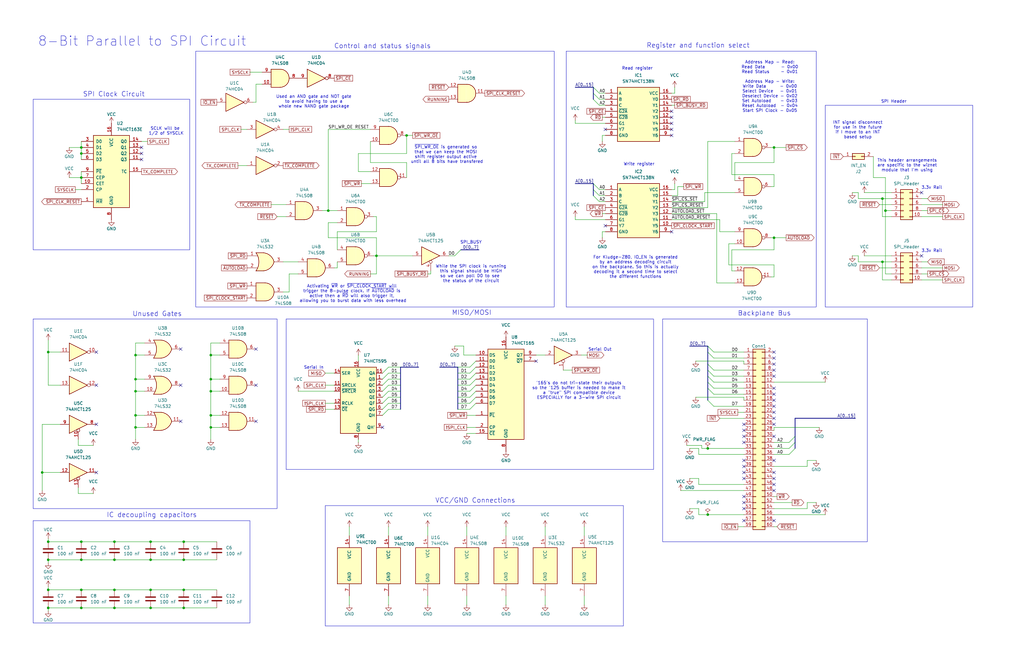
<source format=kicad_sch>
(kicad_sch (version 20231120) (generator "eeschema") (generator_version "8.0")
  (paper "B")
  (title_block (title "Kludge Network Card") (rev "1.1"))
  (junction (at 63.5 248.92))
  (junction (at 57.15 180.34))
  (junction (at 372.11 83.82))
  (junction (at 48.26 248.92))
  (junction (at 326.39 62.23))
  (junction (at 34.29 228.6))
  (junction (at 77.47 228.6))
  (junction (at 34.29 248.92))
  (junction (at 77.47 248.92))
  (junction (at 20.32 256.54))
  (junction (at 48.26 228.6))
  (junction (at 77.47 236.22))
  (junction (at 373.38 88.9))
  (junction (at 63.5 236.22))
  (junction (at 158.75 107.95))
  (junction (at 88.9 175.26))
  (junction (at 63.5 256.54))
  (junction (at 34.29 256.54))
  (junction (at 88.9 165.1))
  (junction (at 171.45 57.15))
  (junction (at 88.9 160.02))
  (junction (at 77.47 256.54))
  (junction (at 57.15 175.26))
  (junction (at 57.15 160.02))
  (junction (at 48.26 256.54))
  (junction (at 20.32 248.92))
  (junction (at 88.9 180.34))
  (junction (at 298.45 217.17))
  (junction (at 372.11 110.49))
  (junction (at 20.32 148.59))
  (junction (at 34.29 236.22))
  (junction (at 20.32 228.6))
  (junction (at 34.29 62.23))
  (junction (at 17.78 199.39))
  (junction (at 298.45 189.23))
  (junction (at 63.5 228.6))
  (junction (at 48.26 236.22))
  (junction (at 326.39 100.33))
  (junction (at 57.15 165.1))
  (junction (at 34.29 74.93))
  (junction (at 57.15 149.86))
  (junction (at 20.32 236.22))
  (junction (at 34.29 64.77))
  (junction (at 88.9 149.86))
  (junction (at 138.43 88.9))
  (no_connect (at 76.2 177.8))
  (no_connect (at 326.39 153.67))
  (no_connect (at 283.21 49.53))
  (no_connect (at 107.95 177.8))
  (no_connect (at 326.39 201.93))
  (no_connect (at 326.39 199.39))
  (no_connect (at 283.21 54.61))
  (no_connect (at 255.27 54.61))
  (no_connect (at 283.21 57.15))
  (no_connect (at 161.29 180.34))
  (no_connect (at 40.64 148.59))
  (no_connect (at 326.39 171.45))
  (no_connect (at 326.39 156.21))
  (no_connect (at 283.21 97.79))
  (no_connect (at 40.64 162.56))
  (no_connect (at 388.62 107.95))
  (no_connect (at 388.62 81.28))
  (no_connect (at 255.27 95.25))
  (no_connect (at 313.69 179.07))
  (no_connect (at 40.64 179.07))
  (no_connect (at 326.39 148.59))
  (no_connect (at 326.39 184.15))
  (no_connect (at 76.2 162.56))
  (no_connect (at 226.06 152.4))
  (no_connect (at 313.69 181.61))
  (no_connect (at 326.39 176.53))
  (no_connect (at 326.39 168.91))
  (no_connect (at 313.69 212.09))
  (no_connect (at 313.69 209.55))
  (no_connect (at 313.69 214.63))
  (no_connect (at 326.39 151.13))
  (no_connect (at 313.69 184.15))
  (no_connect (at 283.21 52.07))
  (no_connect (at 326.39 158.75))
  (no_connect (at 313.69 194.31))
  (no_connect (at 326.39 179.07))
  (no_connect (at 326.39 219.71))
  (no_connect (at 59.69 67.31))
  (no_connect (at 326.39 207.01))
  (no_connect (at 59.69 64.77))
  (no_connect (at 326.39 194.31))
  (no_connect (at 326.39 173.99))
  (no_connect (at 326.39 166.37))
  (no_connect (at 283.21 46.99))
  (no_connect (at 59.69 62.23))
  (no_connect (at 313.69 219.71))
  (no_connect (at 326.39 204.47))
  (no_connect (at 313.69 201.93))
  (no_connect (at 76.2 147.32))
  (no_connect (at 313.69 199.39))
  (no_connect (at 313.69 196.85))
  (no_connect (at 40.64 199.39))
  (no_connect (at 313.69 186.69))
  (no_connect (at 326.39 163.83))
  (no_connect (at 107.95 162.56))
  (no_connect (at 107.95 147.32))
  (bus_entry (at 163.83 172.72) (size -2.54 2.54))
  (bus_entry (at 198.12 167.64) (size 2.54 -2.54))
  (bus_entry (at 250.19 77.47) (size 2.54 2.54))
  (bus_entry (at 194.31 105.41) (size -2.54 2.54))
  (bus_entry (at 250.19 80.01) (size 2.54 2.54))
  (bus_entry (at 163.83 162.56) (size -2.54 2.54))
  (bus_entry (at 250.19 82.55) (size 2.54 2.54))
  (bus_entry (at 198.12 154.94) (size 2.54 -2.54))
  (bus_entry (at 250.19 39.37) (size 2.54 2.54))
  (bus_entry (at 163.83 167.64) (size -2.54 2.54))
  (bus_entry (at 250.19 36.83) (size 2.54 2.54))
  (bus_entry (at 163.83 165.1) (size -2.54 2.54))
  (bus_entry (at 198.12 160.02) (size 2.54 -2.54))
  (bus_entry (at 332.74 189.23) (size 2.54 -2.54))
  (bus_entry (at 298.45 168.91) (size 2.54 2.54))
  (bus_entry (at 198.12 162.56) (size 2.54 -2.54))
  (bus_entry (at 198.12 170.18) (size 2.54 -2.54))
  (bus_entry (at 298.45 163.83) (size 2.54 2.54))
  (bus_entry (at 163.83 154.94) (size -2.54 2.54))
  (bus_entry (at 198.12 165.1) (size 2.54 -2.54))
  (bus_entry (at 163.83 157.48) (size -2.54 2.54))
  (bus_entry (at 332.74 191.77) (size 2.54 -2.54))
  (bus_entry (at 298.45 161.29) (size 2.54 2.54))
  (bus_entry (at 163.83 160.02) (size -2.54 2.54))
  (bus_entry (at 250.19 41.91) (size 2.54 2.54))
  (bus_entry (at 298.45 146.05) (size 2.54 2.54))
  (bus_entry (at 332.74 186.69) (size 2.54 -2.54))
  (bus_entry (at 298.45 153.67) (size 2.54 2.54))
  (bus_entry (at 298.45 148.59) (size 2.54 2.54))
  (bus_entry (at 163.83 170.18) (size -2.54 2.54))
  (bus_entry (at 298.45 156.21) (size 2.54 2.54))
  (bus_entry (at 298.45 158.75) (size 2.54 2.54))
  (bus_entry (at 198.12 172.72) (size 2.54 -2.54))
  (bus_entry (at 198.12 157.48) (size 2.54 -2.54))
  (wire (pts (xy 193.04 165.1) (xy 198.12 165.1)))
  (wire (pts (xy 325.12 100.33) (xy 326.39 100.33)))
  (wire (pts (xy 283.21 39.37) (xy 284.48 39.37)))
  (wire (pts (xy 229.87 222.25) (xy 229.87 226.06)))
  (wire (pts (xy 88.9 160.02) (xy 88.9 149.86)))
  (wire (pts (xy 106.68 43.18) (xy 107.95 43.18)))
  (wire (pts (xy 48.26 236.22) (xy 63.5 236.22)))
  (wire (pts (xy 326.39 116.84) (xy 326.39 111.76)))
  (wire (pts (xy 168.91 157.48) (xy 163.83 157.48)))
  (wire (pts (xy 140.97 113.03) (xy 142.24 113.03)))
  (wire (pts (xy 168.91 172.72) (xy 163.83 172.72)))
  (bus (pts (xy 290.83 146.05) (xy 298.45 146.05)))
  (wire (pts (xy 88.9 149.86) (xy 92.71 149.86)))
  (wire (pts (xy 295.91 189.23) (xy 298.45 189.23)))
  (wire (pts (xy 88.9 175.26) (xy 92.71 175.26)))
  (wire (pts (xy 57.15 160.02) (xy 60.96 160.02)))
  (wire (pts (xy 294.64 217.17) (xy 298.45 217.17)))
  (wire (pts (xy 168.91 165.1) (xy 163.83 165.1)))
  (wire (pts (xy 88.9 165.1) (xy 92.71 165.1)))
  (wire (pts (xy 287.02 207.01) (xy 313.69 207.01)))
  (wire (pts (xy 17.78 199.39) (xy 17.78 207.01)))
  (wire (pts (xy 125.73 165.1) (xy 140.97 165.1)))
  (wire (pts (xy 151.13 186.69) (xy 151.13 185.42)))
  (wire (pts (xy 254 90.17) (xy 255.27 90.17)))
  (wire (pts (xy 20.32 256.54) (xy 20.32 257.81)))
  (wire (pts (xy 308.61 64.77) (xy 309.88 64.77)))
  (wire (pts (xy 340.36 212.09) (xy 344.17 212.09)))
  (wire (pts (xy 242.57 50.8) (xy 242.57 52.07)))
  (wire (pts (xy 294.64 204.47) (xy 294.64 201.93)))
  (wire (pts (xy 20.32 256.54) (xy 34.29 256.54)))
  (wire (pts (xy 17.78 179.07) (xy 25.4 179.07)))
  (wire (pts (xy 181.61 115.57) (xy 181.61 114.3)))
  (bus (pts (xy 298.45 161.29) (xy 298.45 163.83)))
  (bus (pts (xy 250.19 80.01) (xy 250.19 82.55)))
  (wire (pts (xy 340.36 196.85) (xy 340.36 194.31)))
  (wire (pts (xy 180.34 115.57) (xy 181.61 115.57)))
  (wire (pts (xy 294.64 191.77) (xy 313.69 191.77)))
  (wire (pts (xy 151.13 72.39) (xy 151.13 64.77)))
  (wire (pts (xy 326.39 196.85) (xy 340.36 196.85)))
  (wire (pts (xy 284.48 80.01) (xy 284.48 77.47)))
  (wire (pts (xy 77.47 228.6) (xy 91.44 228.6)))
  (wire (pts (xy 397.51 86.36) (xy 388.62 86.36)))
  (wire (pts (xy 252.73 85.09) (xy 255.27 85.09)))
  (wire (pts (xy 57.15 180.34) (xy 57.15 185.42)))
  (wire (pts (xy 347.98 161.29) (xy 326.39 161.29)))
  (wire (pts (xy 20.32 236.22) (xy 34.29 236.22)))
  (wire (pts (xy 372.11 118.11) (xy 375.92 118.11)))
  (wire (pts (xy 193.04 160.02) (xy 198.12 160.02)))
  (wire (pts (xy 195.58 146.05) (xy 191.77 146.05)))
  (wire (pts (xy 171.45 74.93) (xy 171.45 68.58)))
  (wire (pts (xy 254 57.15) (xy 255.27 57.15)))
  (wire (pts (xy 326.39 100.33) (xy 331.47 100.33)))
  (wire (pts (xy 326.39 217.17) (xy 347.98 217.17)))
  (wire (pts (xy 107.95 35.56) (xy 107.95 43.18)))
  (wire (pts (xy 137.16 170.18) (xy 140.97 170.18)))
  (wire (pts (xy 325.12 78.74) (xy 326.39 78.74)))
  (wire (pts (xy 20.32 148.59) (xy 20.32 162.56)))
  (wire (pts (xy 34.29 62.23) (xy 34.29 64.77)))
  (wire (pts (xy 196.85 182.88) (xy 200.66 182.88)))
  (wire (pts (xy 252.73 44.45) (xy 255.27 44.45)))
  (wire (pts (xy 326.39 180.34) (xy 345.44 180.34)))
  (wire (pts (xy 138.43 54.61) (xy 156.21 54.61)))
  (wire (pts (xy 361.95 107.95) (xy 361.95 110.49)))
  (wire (pts (xy 34.29 256.54) (xy 48.26 256.54)))
  (wire (pts (xy 326.39 100.33) (xy 326.39 105.41)))
  (wire (pts (xy 283.21 80.01) (xy 284.48 80.01)))
  (bus (pts (xy 298.45 148.59) (xy 298.45 153.67)))
  (wire (pts (xy 359.41 107.95) (xy 361.95 107.95)))
  (wire (pts (xy 359.41 81.28) (xy 361.95 81.28)))
  (wire (pts (xy 180.34 222.25) (xy 180.34 226.06)))
  (wire (pts (xy 48.26 256.54) (xy 63.5 256.54)))
  (wire (pts (xy 158.75 107.95) (xy 158.75 115.57)))
  (wire (pts (xy 283.21 87.63) (xy 298.45 87.63)))
  (wire (pts (xy 33.02 208.28) (xy 39.37 208.28)))
  (wire (pts (xy 147.32 251.46) (xy 147.32 255.27)))
  (wire (pts (xy 168.91 154.94) (xy 163.83 154.94)))
  (wire (pts (xy 180.34 251.46) (xy 180.34 255.27)))
  (wire (pts (xy 372.11 83.82) (xy 372.11 91.44)))
  (wire (pts (xy 63.5 256.54) (xy 77.47 256.54)))
  (wire (pts (xy 302.26 90.17) (xy 302.26 119.38)))
  (wire (pts (xy 300.99 156.21) (xy 313.69 156.21)))
  (wire (pts (xy 151.13 64.77) (xy 171.45 64.77)))
  (wire (pts (xy 326.39 68.58) (xy 309.88 68.58)))
  (wire (pts (xy 57.15 175.26) (xy 57.15 165.1)))
  (wire (pts (xy 137.16 172.72) (xy 140.97 172.72)))
  (wire (pts (xy 193.04 162.56) (xy 198.12 162.56)))
  (wire (pts (xy 298.45 217.17) (xy 313.69 217.17)))
  (wire (pts (xy 391.16 115.57) (xy 388.62 115.57)))
  (wire (pts (xy 307.34 111.76) (xy 307.34 102.87)))
  (wire (pts (xy 300.99 161.29) (xy 313.69 161.29)))
  (wire (pts (xy 242.57 92.71) (xy 255.27 92.71)))
  (wire (pts (xy 307.34 102.87) (xy 309.88 102.87)))
  (wire (pts (xy 294.64 214.63) (xy 290.83 214.63)))
  (wire (pts (xy 151.13 149.86) (xy 151.13 152.4)))
  (wire (pts (xy 88.9 144.78) (xy 92.71 144.78)))
  (wire (pts (xy 196.85 222.25) (xy 196.85 226.06)))
  (wire (pts (xy 294.64 201.93) (xy 290.83 201.93)))
  (wire (pts (xy 326.39 214.63) (xy 340.36 214.63)))
  (wire (pts (xy 375.92 88.9) (xy 373.38 88.9)))
  (wire (pts (xy 361.95 81.28) (xy 361.95 83.82)))
  (wire (pts (xy 57.15 144.78) (xy 60.96 144.78)))
  (wire (pts (xy 372.11 110.49) (xy 372.11 118.11)))
  (wire (pts (xy 313.69 176.53) (xy 303.53 176.53)))
  (wire (pts (xy 193.04 167.64) (xy 198.12 167.64)))
  (bus (pts (xy 298.45 156.21) (xy 298.45 158.75)))
  (bus (pts (xy 250.19 77.47) (xy 250.19 80.01)))
  (wire (pts (xy 300.99 171.45) (xy 313.69 171.45)))
  (wire (pts (xy 313.69 168.91) (xy 313.69 167.64)))
  (wire (pts (xy 20.32 143.51) (xy 20.32 148.59)))
  (wire (pts (xy 77.47 256.54) (xy 91.44 256.54)))
  (wire (pts (xy 29.21 62.23) (xy 34.29 62.23)))
  (wire (pts (xy 397.51 91.44) (xy 388.62 91.44)))
  (wire (pts (xy 48.26 228.6) (xy 63.5 228.6)))
  (wire (pts (xy 57.15 149.86) (xy 60.96 149.86)))
  (wire (pts (xy 298.45 87.63) (xy 298.45 59.69)))
  (wire (pts (xy 137.16 162.56) (xy 140.97 162.56)))
  (wire (pts (xy 302.26 119.38) (xy 309.88 119.38)))
  (wire (pts (xy 325.12 62.23) (xy 326.39 62.23)))
  (wire (pts (xy 313.69 152.4) (xy 293.37 152.4)))
  (wire (pts (xy 241.3 156.21) (xy 237.49 156.21)))
  (wire (pts (xy 340.36 214.63) (xy 340.36 212.09)))
  (wire (pts (xy 168.91 167.64) (xy 163.83 167.64)))
  (wire (pts (xy 284.48 39.37) (xy 284.48 36.83)))
  (wire (pts (xy 300.99 163.83) (xy 313.69 163.83)))
  (wire (pts (xy 88.9 149.86) (xy 88.9 144.78)))
  (wire (pts (xy 171.45 64.77) (xy 171.45 57.15)))
  (wire (pts (xy 119.38 123.19) (xy 121.92 123.19)))
  (wire (pts (xy 213.36 222.25) (xy 213.36 226.06)))
  (wire (pts (xy 213.36 251.46) (xy 213.36 255.27)))
  (wire (pts (xy 284.48 44.45) (xy 283.21 44.45)))
  (wire (pts (xy 168.91 160.02) (xy 163.83 160.02)))
  (wire (pts (xy 20.32 248.92) (xy 34.29 248.92)))
  (wire (pts (xy 325.12 116.84) (xy 326.39 116.84)))
  (bus (pts (xy 335.28 176.53) (xy 360.68 176.53)))
  (wire (pts (xy 88.9 180.34) (xy 92.71 180.34)))
  (wire (pts (xy 138.43 93.98) (xy 142.24 93.98)))
  (bus (pts (xy 298.45 153.67) (xy 298.45 156.21)))
  (wire (pts (xy 242.57 91.44) (xy 242.57 92.71)))
  (wire (pts (xy 107.95 35.56) (xy 110.49 35.56)))
  (wire (pts (xy 196.85 251.46) (xy 196.85 255.27)))
  (bus (pts (xy 242.57 36.83) (xy 250.19 36.83)))
  (wire (pts (xy 283.21 90.17) (xy 302.26 90.17)))
  (wire (pts (xy 298.45 59.69) (xy 309.88 59.69)))
  (wire (pts (xy 57.15 175.26) (xy 57.15 180.34)))
  (wire (pts (xy 116.84 91.44) (xy 120.65 91.44)))
  (wire (pts (xy 59.69 59.69) (xy 62.23 59.69)))
  (wire (pts (xy 294.64 191.77) (xy 294.64 189.23)))
  (wire (pts (xy 311.15 222.25) (xy 313.69 222.25)))
  (wire (pts (xy 77.47 236.22) (xy 91.44 236.22)))
  (wire (pts (xy 373.38 88.9) (xy 373.38 74.93)))
  (wire (pts (xy 152.4 77.47) (xy 156.21 77.47)))
  (wire (pts (xy 101.6 54.61) (xy 104.14 54.61)))
  (wire (pts (xy 20.32 162.56) (xy 25.4 162.56)))
  (wire (pts (xy 397.51 113.03) (xy 388.62 113.03)))
  (wire (pts (xy 326.39 222.25) (xy 327.66 222.25)))
  (wire (pts (xy 105.41 30.48) (xy 110.49 30.48)))
  (wire (pts (xy 57.15 165.1) (xy 57.15 160.02)))
  (bus (pts (xy 298.45 163.83) (xy 298.45 168.91)))
  (wire (pts (xy 285.75 82.55) (xy 283.21 82.55)))
  (wire (pts (xy 88.9 175.26) (xy 88.9 165.1)))
  (wire (pts (xy 285.75 78.74) (xy 285.75 82.55)))
  (wire (pts (xy 57.15 160.02) (xy 57.15 149.86)))
  (wire (pts (xy 168.91 170.18) (xy 163.83 170.18)))
  (wire (pts (xy 308.61 114.3) (xy 309.88 114.3)))
  (wire (pts (xy 313.69 151.13) (xy 300.99 151.13)))
  (wire (pts (xy 57.15 149.86) (xy 57.15 144.78)))
  (wire (pts (xy 294.64 204.47) (xy 313.69 204.47)))
  (wire (pts (xy 294.64 217.17) (xy 294.64 214.63)))
  (wire (pts (xy 229.87 149.86) (xy 226.06 149.86)))
  (wire (pts (xy 326.39 212.09) (xy 334.01 212.09)))
  (bus (pts (xy 250.19 39.37) (xy 250.19 41.91)))
  (wire (pts (xy 300.99 148.59) (xy 313.69 148.59)))
  (wire (pts (xy 114.3 86.36) (xy 120.65 86.36)))
  (wire (pts (xy 34.29 248.92) (xy 48.26 248.92)))
  (wire (pts (xy 156.21 68.58) (xy 156.21 59.69)))
  (wire (pts (xy 368.3 66.04) (xy 368.3 74.93)))
  (bus (pts (xy 185.42 154.94) (xy 193.04 154.94)))
  (wire (pts (xy 326.39 181.61) (xy 326.39 180.34)))
  (wire (pts (xy 254 97.79) (xy 255.27 97.79)))
  (wire (pts (xy 171.45 57.15) (xy 173.99 57.15)))
  (wire (pts (xy 361.95 110.49) (xy 372.11 110.49)))
  (wire (pts (xy 156.21 115.57) (xy 158.75 115.57)))
  (wire (pts (xy 294.64 189.23) (xy 290.83 189.23)))
  (wire (pts (xy 297.18 85.09) (xy 297.18 81.28)))
  (wire (pts (xy 247.65 149.86) (xy 245.11 149.86)))
  (wire (pts (xy 34.29 74.93) (xy 34.29 77.47)))
  (wire (pts (xy 138.43 88.9) (xy 138.43 54.61)))
  (wire (pts (xy 142.24 97.79) (xy 158.75 97.79)))
  (wire (pts (xy 193.04 170.18) (xy 198.12 170.18)))
  (wire (pts (xy 157.48 107.95) (xy 158.75 107.95)))
  (wire (pts (xy 246.38 222.25) (xy 246.38 226.06)))
  (bus (pts (xy 193.04 172.72) (xy 193.04 154.94)))
  (bus (pts (xy 168.91 172.72) (xy 168.91 154.94)))
  (wire (pts (xy 63.5 248.92) (xy 77.47 248.92)))
  (wire (pts (xy 157.48 91.44) (xy 158.75 91.44)))
  (wire (pts (xy 119.38 54.61) (xy 121.92 54.61)))
  (wire (pts (xy 31.75 80.01) (xy 34.29 80.01)))
  (wire (pts (xy 20.32 227.33) (xy 20.32 228.6)))
  (wire (pts (xy 373.38 88.9) (xy 373.38 115.57)))
  (wire (pts (xy 163.83 251.46) (xy 163.83 255.27)))
  (wire (pts (xy 373.38 115.57) (xy 375.92 115.57)))
  (wire (pts (xy 193.04 154.94) (xy 198.12 154.94)))
  (wire (pts (xy 29.21 74.93) (xy 34.29 74.93)))
  (bus (pts (xy 242.57 77.47) (xy 250.19 77.47)))
  (wire (pts (xy 57.15 165.1) (xy 60.96 165.1)))
  (wire (pts (xy 326.39 62.23) (xy 331.47 62.23)))
  (wire (pts (xy 229.87 251.46) (xy 229.87 255.27)))
  (wire (pts (xy 158.75 107.95) (xy 173.99 107.95)))
  (wire (pts (xy 303.53 97.79) (xy 309.88 97.79)))
  (wire (pts (xy 372.11 83.82) (xy 375.92 83.82)))
  (wire (pts (xy 246.38 251.46) (xy 246.38 255.27)))
  (wire (pts (xy 34.29 64.77) (xy 34.29 67.31)))
  (wire (pts (xy 193.04 172.72) (xy 198.12 172.72)))
  (wire (pts (xy 326.39 111.76) (xy 307.34 111.76)))
  (wire (pts (xy 391.16 83.82) (xy 388.62 83.82)))
  (wire (pts (xy 20.32 237.49) (xy 20.32 236.22)))
  (wire (pts (xy 158.75 100.33) (xy 158.75 107.95)))
  (wire (pts (xy 308.61 105.41) (xy 308.61 114.3)))
  (wire (pts (xy 252.73 82.55) (xy 255.27 82.55)))
  (wire (pts (xy 191.77 107.95) (xy 189.23 107.95)))
  (wire (pts (xy 163.83 222.25) (xy 163.83 226.06)))
  (wire (pts (xy 372.11 110.49) (xy 375.92 110.49)))
  (wire (pts (xy 20.32 247.65) (xy 20.32 248.92)))
  (wire (pts (xy 33.02 185.42) (xy 33.02 187.96)))
  (wire (pts (xy 88.9 160.02) (xy 92.71 160.02)))
  (wire (pts (xy 193.04 157.48) (xy 198.12 157.48)))
  (wire (pts (xy 171.45 68.58) (xy 156.21 68.58)))
  (wire (pts (xy 34.29 228.6) (xy 48.26 228.6)))
  (wire (pts (xy 326.39 78.74) (xy 326.39 73.66)))
  (wire (pts (xy 33.02 205.74) (xy 33.02 208.28)))
  (wire (pts (xy 121.92 115.57) (xy 125.73 115.57)))
  (wire (pts (xy 34.29 72.39) (xy 34.29 74.93)))
  (wire (pts (xy 252.73 41.91) (xy 255.27 41.91)))
  (wire (pts (xy 254 59.69) (xy 254 57.15)))
  (wire (pts (xy 20.32 228.6) (xy 34.29 228.6)))
  (wire (pts (xy 370.84 113.03) (xy 375.92 113.03)))
  (wire (pts (xy 138.43 100.33) (xy 138.43 93.98)))
  (wire (pts (xy 63.5 236.22) (xy 77.47 236.22)))
  (wire (pts (xy 88.9 165.1) (xy 88.9 160.02)))
  (wire (pts (xy 20.32 148.59) (xy 25.4 148.59)))
  (bus (pts (xy 335.28 186.69) (xy 335.28 189.23)))
  (wire (pts (xy 196.85 180.34) (xy 200.66 180.34)))
  (wire (pts (xy 147.32 222.25) (xy 147.32 226.06)))
  (wire (pts (xy 326.39 62.23) (xy 326.39 68.58)))
  (wire (pts (xy 158.75 100.33) (xy 138.43 100.33)))
  (bus (pts (xy 335.28 184.15) (xy 335.28 186.69)))
  (wire (pts (xy 368.3 74.93) (xy 373.38 74.93)))
  (wire (pts (xy 137.16 157.48) (xy 140.97 157.48)))
  (wire (pts (xy 100.33 69.85) (xy 104.14 69.85)))
  (wire (pts (xy 142.24 113.03) (xy 142.24 110.49)))
  (wire (pts (xy 327.66 209.55) (xy 326.39 209.55)))
  (wire (pts (xy 17.78 179.07) (xy 17.78 199.39)))
  (wire (pts (xy 285.75 78.74) (xy 288.29 78.74)))
  (bus (pts (xy 176.53 154.94) (xy 168.91 154.94)))
  (wire (pts (xy 252.73 80.01) (xy 255.27 80.01)))
  (wire (pts (xy 313.69 167.64) (xy 293.37 167.64)))
  (wire (pts (xy 200.66 175.26) (xy 196.85 175.26)))
  (wire (pts (xy 332.74 191.77) (xy 326.39 191.77)))
  (wire (pts (xy 361.95 83.82) (xy 372.11 83.82)))
  (wire (pts (xy 289.56 187.96) (xy 295.91 187.96)))
  (wire (pts (xy 298.45 189.23) (xy 313.69 189.23)))
  (wire (pts (xy 391.16 88.9) (xy 388.62 88.9)))
  (wire (pts (xy 57.15 175.26) (xy 60.96 175.26)))
  (wire (pts (xy 332.74 186.69) (xy 326.39 186.69)))
  (wire (pts (xy 370.84 86.36) (xy 375.92 86.36)))
  (wire (pts (xy 88.9 180.34) (xy 88.9 185.42)))
  (wire (pts (xy 135.89 88.9) (xy 138.43 88.9)))
  (wire (pts (xy 283.21 92.71) (xy 303.53 92.71)))
  (wire (pts (xy 391.16 110.49) (xy 388.62 110.49)))
  (wire (pts (xy 340.36 194.31) (xy 344.17 194.31)))
  (wire (pts (xy 48.26 248.92) (xy 63.5 248.92)))
  (wire (pts (xy 57.15 180.34) (xy 60.96 180.34)))
  (wire (pts (xy 119.38 110.49) (xy 125.73 110.49)))
  (wire (pts (xy 121.92 123.19) (xy 121.92 115.57)))
  (wire (pts (xy 300.99 158.75) (xy 313.69 158.75)))
  (wire (pts (xy 283.21 85.09) (xy 297.18 85.09)))
  (wire (pts (xy 195.58 149.86) (xy 195.58 146.05)))
  (wire (pts (xy 397.51 118.11) (xy 388.62 118.11)))
  (bus (pts (xy 335.28 176.53) (xy 335.28 184.15)))
  (wire (pts (xy 200.66 149.86) (xy 195.58 149.86)))
  (wire (pts (xy 364.49 107.95) (xy 375.92 107.95)))
  (wire (pts (xy 332.74 189.23) (xy 326.39 189.23)))
  (wire (pts (xy 300.99 166.37) (xy 313.69 166.37)))
  (wire (pts (xy 254 49.53) (xy 255.27 49.53)))
  (wire (pts (xy 364.49 81.28) (xy 375.92 81.28)))
  (wire (pts (xy 34.29 59.69) (xy 34.29 62.23)))
  (wire (pts (xy 34.29 236.22) (xy 48.26 236.22)))
  (wire (pts (xy 33.02 187.96) (xy 39.37 187.96)))
  (bus (pts (xy 298.45 146.05) (xy 298.45 148.59)))
  (wire (pts (xy 326.39 73.66) (xy 308.61 73.66)))
  (wire (pts (xy 142.24 97.79) (xy 142.24 105.41)))
  (wire (pts (xy 252.73 39.37) (xy 255.27 39.37)))
  (wire (pts (xy 77.47 248.92) (xy 91.44 248.92)))
  (wire (pts (xy 372.11 91.44) (xy 375.92 91.44)))
  (wire (pts (xy 303.53 92.71) (xy 303.53 97.79)))
  (bus (pts (xy 298.45 158.75) (xy 298.45 161.29)))
  (bus (pts (xy 194.31 105.41) (xy 201.93 105.41)))
  (wire (pts (xy 25.4 199.39) (xy 17.78 199.39)))
  (wire (pts (xy 297.18 81.28) (xy 309.88 81.28)))
  (wire (pts (xy 295.91 187.96) (xy 295.91 189.23)))
  (wire (pts (xy 308.61 73.66) (xy 308.61 64.77)))
  (wire (pts (xy 168.91 162.56) (xy 163.83 162.56)))
  (wire (pts (xy 138.43 88.9) (xy 142.24 88.9)))
  (wire (pts (xy 326.39 105.41) (xy 308.61 105.41)))
  (wire (pts (xy 254 100.33) (xy 254 97.79)))
  (wire (pts (xy 88.9 175.26) (xy 88.9 180.34)))
  (wire (pts (xy 313.69 153.67) (xy 313.69 152.4)))
  (bus (pts (xy 250.19 36.83) (xy 250.19 39.37)))
  (wire (pts (xy 63.5 228.6) (xy 77.47 228.6)))
  (wire (pts (xy 311.15 173.99) (xy 313.69 173.99)))
  (wire (pts (xy 158.75 97.79) (xy 158.75 91.44)))
  (wire (pts (xy 156.21 72.39) (xy 151.13 72.39)))
  (wire (pts (xy 309.88 68.58) (xy 309.88 76.2)))
  (wire (pts (xy 242.57 52.07) (xy 255.27 52.07)))
  (rectangle (start 13.97 41.91) (end 80.01 105.41))
  (rectangle (start 13.97 134.62) (end 116.84 214.63))
  (rectangle (start 279.4 134.62) (end 365.76 228.6))
  (rectangle (start 137.16 213.36) (end 262.89 264.16))
  (rectangle (start 238.76 21.59) (end 344.17 129.54))
  (rectangle (start 347.98 44.45) (end 410.21 129.54))
  (rectangle (start 120.65 134.62) (end 275.59 198.12))
  (rectangle (start 82.55 21.59) (end 233.68 129.54))
  (rectangle (start 13.97 219.71) (end 105.41 262.89))
  (text "Used an AND gate and NOT gate\nto avoid having to use a\nwhole new NAND gate package" (at 132.334 42.926 0) (effects (font (size 1.27 1.27))))
  (text "MISO/MOSI" (at 198.882 132.08 0) (effects (font (size 2 2))))
  (text "This header arrangements\nare specific to the wiznet\nmodule that I'm using" (at 382.524 69.85 0) (effects (font (size 1.27 1.27))))
  (text "Control and status signals" (at 161.29 19.558 0) (effects (font (size 2 2))))
  (text "Write register\n" (at 269.494 69.342 0) (effects (font (size 1.27 1.27))))
  (text "3.3v Rail" (at 392.938 79.248 0) (effects (font (size 1.27 1.27))))
  (text "Serial In" (at 132.334 155.194 0) (effects (font (size 1.27 1.27))))
  (text "Serial Out" (at 252.984 147.574 0) (effects (font (size 1.27 1.27))))
  (text "While the SPI clock is running\nthis signal should be HIGH\nso we can poll D0 to see \nthe status of the circuit" (at 198.628 115.57 0) (effects (font (size 1.27 1.27))))
  (text "Address Map - Read:\nRead Data       - 0x00\nRead Status     - 0x01\n\nAddress Map - Write:\nWrite Data      - 0x00\nSelect Device   - 0x01\nDeselect Device - 0x02\nSet Autoload    - 0x03\nReset Autoload  - 0x04\nStart SPI Clock - 0x05" (at 324.612 36.576 0) (effects (font (size 1.27 1.27))))
  (text "SPI Header" (at 376.936 42.926 0) (effects (font (size 1.27 1.27))))
  (text "IC decoupling capacitors" (at 64.008 217.424 0) (effects (font (size 2 2))))
  (text "Unused Gates" (at 66.294 132.588 0) (effects (font (size 2 2))))
  (text "For Kludge-Z80, IO_EN is generated\nby an address decoding circuit\non the backplane. So this is actually\ndecoding it a second time to select\nthe different functions" (at 267.97 112.776 0) (effects (font (size 1.27 1.27))))
  (text "Activating ~{WR} or ~{SPI_CLOCK_START} will \ntrigger the 8-pulse clock. If ~{AUTOLOAD} is \nactive then a ~{RD} will also trigger it, \nallowing you to burst data with less overhead" (at 148.844 123.952 0) (effects (font (size 1.27 1.27))))
  (text "8-Bit Parallel to SPI Circuit" (at 59.944 17.526 0) (effects (font (size 4 4))))
  (text "Register and function select" (at 294.386 19.304 0) (effects (font (size 2 2))))
  (text "~{SPI_WR_OE} is generated so \nthat we can keep the MOSI \nshift register output active \nuntil all 8 bits have transfered" (at 188.468 65.278 0) (effects (font (size 1.27 1.27))))
  (text "Backplane Bus" (at 322.326 132.334 0) (effects (font (size 2 2))))
  (text "VCC/GND Connections" (at 200.406 211.328 0) (effects (font (size 2 2))))
  (text "SCLK will be \n1/2 of SYSCLK" (at 70.104 55.372 0) (effects (font (size 1.27 1.27))))
  (text "3.3v Rail" (at 392.938 105.918 0) (effects (font (size 1.27 1.27))))
  (text "SPI_BUSY" (at 198.628 102.362 0) (effects (font (size 1.27 1.27))))
  (text "Read register" (at 268.732 28.956 0) (effects (font (size 1.27 1.27))))
  (text "INT signal disconnect\nfor use in the future\nif I move to an INT\nbased setup" (at 361.696 54.864 0) (effects (font (size 1.27 1.27))))
  (text "SPI Clock Circuit" (at 48.006 39.878 0) (effects (font (size 2 2))))
  (text "'165's do not tri-state their outputs\nso the '125 buffer is needed to make it\na \"true\" SPI compatible device\nESPECIALLY for a 3-wire SPI circuit" (at 244.094 164.846 0) (effects (font (size 1.27 1.27))))
  (label "D5" (at 167.64 167.64 180))
  (label "A0" (at 252.73 80.01 0))
  (label "D6" (at 311.15 166.37 180))
  (label "D7" (at 194.31 172.72 0))
  (label "A[0..15]" (at 353.06 176.53 0))
  (label "D0" (at 311.15 148.59 180))
  (label "D4" (at 311.15 161.29 180))
  (label "D[0..7]" (at 290.83 146.05 0))
  (label "~{AUTOLOAD_RESET}" (at 283.21 92.71 0))
  (label "D6" (at 167.64 170.18 180))
  (label "D0" (at 194.31 154.94 0))
  (label "D5" (at 194.31 167.64 0))
  (label "A2" (at 252.73 85.09 0))
  (label "A0" (at 330.2 191.77 180))
  (label "D5" (at 311.15 163.83 180))
  (label "D7" (at 311.15 171.45 180))
  (label "D4" (at 167.64 165.1 180))
  (label "~{SPI_CS_RESET}" (at 283.21 87.63 0))
  (label "A0" (at 252.73 39.37 0))
  (label "D3" (at 194.31 162.56 0))
  (label "D1" (at 194.31 157.48 0))
  (label "D7" (at 167.64 172.72 180))
  (label "D[0..7]" (at 201.93 105.41 180))
  (label "D3" (at 311.15 158.75 180))
  (label "D2" (at 194.31 160.02 0))
  (label "D1" (at 311.15 151.13 180))
  (label "D[0..7]" (at 185.42 154.94 0))
  (label "~{AUTOLOAD_SET}" (at 283.21 90.17 0))
  (label "D4" (at 194.31 165.1 0))
  (label "A2" (at 330.2 186.69 180))
  (label "~{SPI_CS_SET}" (at 283.21 85.09 0))
  (label "D3" (at 167.64 162.56 180))
  (label "A[0..15]" (at 242.57 77.47 0))
  (label "D[0..7]" (at 176.53 154.94 180))
  (label "SPI_WR_OE RESET" (at 138.43 54.61 0))
  (label "D2" (at 167.64 160.02 180))
  (label "D0" (at 191.77 107.95 180))
  (label "A1" (at 252.73 82.55 0))
  (label "A1" (at 252.73 41.91 0))
  (label "D6" (at 194.31 170.18 0))
  (label "A[0..15]" (at 242.57 36.83 0))
  (label "D1" (at 167.64 157.48 180))
  (label "A2" (at 252.73 44.45 0))
  (label "D2" (at 311.15 156.21 180))
  (label "A1" (at 330.2 189.23 180))
  (label "D0" (at 167.64 154.94 180))
  (global_label "~{SPI_BUSY_RD}" (shape passive) (at 180.34 115.57 180) (property "Intersheetrefs" "${INTERSHEET_REFS}" (effects (hide yes))))
  (global_label "MOSI" (shape output) (at 247.65 149.86 0) (property "Intersheetrefs" "${INTERSHEET_REFS}" (effects (hide yes))))
  (global_label "!SPI_CLK" (shape passive) (at 196.85 180.34 180) (property "Intersheetrefs" "${INTERSHEET_REFS}" (effects (hide yes))))
  (global_label "~{SPI_CS}" (shape output) (at 391.16 115.57 0) (property "Intersheetrefs" "${INTERSHEET_REFS}" (effects (hide yes))))
  (global_label "~{SPI_CLOCK_START}" (shape passive) (at 104.14 125.73 180) (property "Intersheetrefs" "${INTERSHEET_REFS}" (effects (hide yes))))
  (global_label "~{SPI_WR}" (shape passive) (at 152.4 77.47 180) (property "Intersheetrefs" "${INTERSHEET_REFS}" (effects (hide yes))))
  (global_label "SYSCLK" (shape passive) (at 31.75 80.01 180) (property "Intersheetrefs" "${INTERSHEET_REFS}" (effects (hide yes))))
  (global_label "~{SPI_CE}" (shape passive) (at 140.97 33.02 0) (property "Intersheetrefs" "${INTERSHEET_REFS}" (effects (hide yes))))
  (global_label "~{WR}" (shape output) (at 254 90.17 180) (property "Intersheetrefs" "${INTERSHEET_REFS}" (effects (hide yes))))
  (global_label "~{AUTOLOAD}" (shape output) (at 331.47 100.33 0) (property "Intersheetrefs" "${INTERSHEET_REFS}" (effects (hide yes))))
  (global_label "MISO" (shape input) (at 391.16 83.82 0) (property "Intersheetrefs" "${INTERSHEET_REFS}" (effects (hide yes))))
  (global_label "~{RESET}" (shape input) (at 189.23 36.83 180) (property "Intersheetrefs" "${INTERSHEET_REFS}" (effects (hide yes))))
  (global_label "~{SPI_CE}" (shape passive) (at 255.27 87.63 180) (property "Intersheetrefs" "${INTERSHEET_REFS}" (effects (hide yes))))
  (global_label "~{RESET}" (shape input) (at 116.84 91.44 180) (property "Intersheetrefs" "${INTERSHEET_REFS}" (effects (hide yes))))
  (global_label "TX_COMPLETE" (shape output) (at 100.33 69.85 180) (property "Intersheetrefs" "${INTERSHEET_REFS}" (effects (hide yes))))
  (global_label "~{TX_COMPLETE}" (shape output) (at 114.3 86.36 180) (property "Intersheetrefs" "${INTERSHEET_REFS}" (effects (hide yes))))
  (global_label "SPI_CLK" (shape passive) (at 137.16 162.56 180) (property "Intersheetrefs" "${INTERSHEET_REFS}" (effects (hide yes))))
  (global_label "~{SPI_WR_OE}" (shape passive) (at 173.99 57.15 0) (property "Intersheetrefs" "${INTERSHEET_REFS}" (effects (hide yes))))
  (global_label "~{SPI_CS}" (shape output) (at 391.16 88.9 0) (property "Intersheetrefs" "${INTERSHEET_REFS}" (effects (hide yes))))
  (global_label "~{RD}" (shape output) (at 254 49.53 180) (property "Intersheetrefs" "${INTERSHEET_REFS}" (effects (hide yes))))
  (global_label "~{RESET}" (shape input) (at 370.84 86.36 180) (property "Intersheetrefs" "${INTERSHEET_REFS}" (effects (hide yes))))
  (global_label "~{SPI_CS}" (shape output) (at 331.47 62.23 0) (property "Intersheetrefs" "${INTERSHEET_REFS}" (effects (hide yes))))
  (global_label "!SPI_CLK" (shape passive) (at 137.16 170.18 180) (property "Intersheetrefs" "${INTERSHEET_REFS}" (effects (hide yes))))
  (global_label "~{SPI_RD}" (shape passive) (at 283.21 41.91 0) (property "Intersheetrefs" "${INTERSHEET_REFS}" (effects (hide yes))))
  (global_label "SYSCLK" (shape passive) (at 311.15 173.99 180) (property "Intersheetrefs" "${INTERSHEET_REFS}" (effects (hide yes))))
  (global_label "~{SPI_WR}" (shape passive) (at 288.29 78.74 0) (property "Intersheetrefs" "${INTERSHEET_REFS}" (effects (hide yes))))
  (global_label "SPI_CLK" (shape passive) (at 101.6 54.61 180) (property "Intersheetrefs" "${INTERSHEET_REFS}" (effects (hide yes))))
  (global_label "MISO" (shape input) (at 391.16 110.49 0) (property "Intersheetrefs" "${INTERSHEET_REFS}" (effects (hide yes))))
  (global_label "~{RESET}" (shape input) (at 327.66 222.25 0) (property "Intersheetrefs" "${INTERSHEET_REFS}" (effects (hide yes))))
  (global_label "~{RD}" (shape output) (at 334.01 212.09 0) (property "Intersheetrefs" "${INTERSHEET_REFS}" (effects (hide yes))))
  (global_label "~{INT}" (shape input) (at 303.53 176.53 180) (property "Intersheetrefs" "${INTERSHEET_REFS}" (effects (hide yes))))
  (global_label "~{SPI_WR}" (shape passive) (at 196.85 175.26 180) (property "Intersheetrefs" "${INTERSHEET_REFS}" (effects (hide yes))))
  (global_label "~{INT}" (shape input) (at 355.6 66.04 180) (property "Intersheetrefs" "${INTERSHEET_REFS}" (effects (hide yes))))
  (global_label "~{SPI_WR_OE}" (shape passive) (at 241.3 156.21 0) (property "Intersheetrefs" "${INTERSHEET_REFS}" (effects (hide yes))))
  (global_label "~{SPI_RD}" (shape passive) (at 137.16 172.72 180) (property "Intersheetrefs" "${INTERSHEET_REFS}" (effects (hide yes))))
  (global_label "SYSCLK" (shape passive) (at 105.41 30.48 180) (property "Intersheetrefs" "${INTERSHEET_REFS}" (effects (hide yes))))
  (global_label "~{TX_COMPLETE}" (shape output) (at 119.38 69.85 0) (property "Intersheetrefs" "${INTERSHEET_REFS}" (effects (hide yes))))
  (global_label "SPI_CLK" (shape passive) (at 397.51 91.44 0) (property "Intersheetrefs" "${INTERSHEET_REFS}" (effects (hide yes))))
  (global_label "~{SPI_WR}" (shape passive) (at 104.14 120.65 180) (property "Intersheetrefs" "${INTERSHEET_REFS}" (effects (hide yes))))
  (global_label "~{IO_EN}" (shape passive) (at 91.44 43.18 180) (property "Intersheetrefs" "${INTERSHEET_REFS}" (effects (hide yes))))
  (global_label "!SPI_CLK" (shape passive) (at 121.92 54.61 0) (property "Intersheetrefs" "${INTERSHEET_REFS}" (effects (hide yes))))
  (global_label "~{SPI_RD}" (shape passive) (at 104.14 107.95 180) (property "Intersheetrefs" "${INTERSHEET_REFS}" (effects (hide yes))))
  (global_label "MOSI" (shape output) (at 397.51 113.03 0) (property "Intersheetrefs" "${INTERSHEET_REFS}" (effects (hide yes))))
  (global_label "~{RESET}" (shape input) (at 370.84 113.03 180) (property "Intersheetrefs" "${INTERSHEET_REFS}" (effects (hide yes))))
  (global_label "RUNNING" (shape output) (at 189.23 41.91 180) (property "Intersheetrefs" "${INTERSHEET_REFS}" (effects (hide yes))))
  (global_label "~{SPI_BUSY_RD}" (shape passive) (at 284.48 44.45 0) (property "Intersheetrefs" "${INTERSHEET_REFS}" (effects (hide yes))))
  (global_label "SPI_CLK" (shape passive) (at 397.51 118.11 0) (property "Intersheetrefs" "${INTERSHEET_REFS}" (effects (hide yes))))
  (global_label "~{SPI_CLK_RESET}" (shape output) (at 204.47 39.37 0) (property "Intersheetrefs" "${INTERSHEET_REFS}" (effects (hide yes))))
  (global_label "~{AUTOLOAD}" (shape passive) (at 104.14 113.03 180) (property "Intersheetrefs" "${INTERSHEET_REFS}" (effects (hide yes))))
  (global_label "~{IO_EN}" (shape passive) (at 311.15 222.25 180) (property "Intersheetrefs" "${INTERSHEET_REFS}" (effects (hide yes))))
  (global_label "~{WR}" (shape output) (at 327.66 209.55 0) (property "Intersheetrefs" "${INTERSHEET_REFS}" (effects (hide yes))))
  (global_label "~{SPI_CLK_RESET}" (shape output) (at 34.29 85.09 180) (property "Intersheetrefs" "${INTERSHEET_REFS}" (effects (hide yes))))
  (global_label "MISO" (shape input) (at 137.16 157.48 180) (property "Intersheetrefs" "${INTERSHEET_REFS}" (effects (hide yes))))
  (global_label "SPI_CLK" (shape passive) (at 62.23 59.69 0) (property "Intersheetrefs" "${INTERSHEET_REFS}" (effects (hide yes))))
  (global_label "~{SPI_CLOCK_START}" (shape passive) (at 283.21 95.25 0) (property "Intersheetrefs" "${INTERSHEET_REFS}" (effects (hide yes))))
  (global_label "~{SPI_CE}" (shape passive) (at 255.27 46.99 180) (property "Intersheetrefs" "${INTERSHEET_REFS}" (effects (hide yes))))
  (global_label "RUNNING" (shape output) (at 156.21 115.57 180) (property "Intersheetrefs" "${INTERSHEET_REFS}" (effects (hide yes))))
  (global_label "TX_COMPLETE" (shape output) (at 59.69 72.39 0) (property "Intersheetrefs" "${INTERSHEET_REFS}" (effects (hide yes))))
  (global_label "MOSI" (shape output) (at 397.51 86.36 0) (property "Intersheetrefs" "${INTERSHEET_REFS}" (effects (hide yes))))
  (symbol (lib_id "power:GND") (at 359.41 81.28 0) (unit 1)
    (property "Reference" "#PWR04" (effects (hide yes)))
    (property "Value" "GND" (at 359.41 85.09 0))
    (property "Description" "Power symbol creates a global label with name \"GND\" , ground" (effects (hide yes)))
  )
  (symbol (lib_id "power:GND") (at 57.15 185.42 0) (unit 1)
    (property "Reference" "#PWR08" (effects (hide yes)))
    (property "Value" "GND" (at 57.15 189.23 0))
    (property "Description" "Power symbol creates a global label with name \"GND\" , ground" (effects (hide yes)))
  )
  (symbol (lib_id "power:GND") (at 246.38 255.27 0) (unit 1)
    (property "Reference" "#PWR033" (effects (hide yes)))
    (property "Value" "GND" (at 246.38 259.08 0))
    (property "Description" "Power symbol creates a global label with name \"GND\" , ground" (effects (hide yes)))
  )
  (symbol (lib_id "power:VCC") (at 29.21 74.93 0) (unit 1)
    (property "Reference" "#PWR07" (effects (hide yes)))
    (property "Value" "VCC" (at 29.21 71.12 0))
    (property "Description" "Power symbol creates a global label with name \"VCC\"" (effects (hide yes)))
  )
  (symbol (lib_id "74xx:74LS32") (at 229.87 238.76 0) (unit 5)
    (property "Reference" "U3" (at 231.14 226.822 0) (effects (justify left)))
    (property "Value" "74LS32" (at 230.886 229.362 0) (effects (justify left)))
    (property "Footprint" "Package_DIP:DIP-14_W7.62mm_Socket" (effects (hide yes)))
    (property "Datasheet" "http://www.ti.com/lit/gpn/sn74LS32" (effects (hide yes)))
    (property "Description" "Quad 2-input OR" (effects (hide yes)))
  )
  (symbol (lib_id "power:GND") (at 20.32 257.81 0) (unit 1)
    (property "Reference" "#PWR056" (effects (hide yes)))
    (property "Value" "GND" (at 20.32 261.62 0))
  )
  (symbol (lib_id "power:GND") (at 254 100.33 0) (unit 1)
    (property "Reference" "#PWR041" (effects (hide yes)))
    (property "Value" "GND" (at 254 104.14 0))
    (property "Description" "Power symbol creates a global label with name \"GND\" , ground" (effects (hide yes)))
  )
  (symbol (lib_id "power:GND") (at 345.44 180.34 0) (unit 1)
    (property "Reference" "#PWR046" (effects (hide yes)))
    (property "Value" "GND" (at 345.44 184.15 0))
    (property "Description" "Power symbol creates a global label with name \"GND\" , ground" (effects (hide yes)))
  )
  (symbol (lib_id "power:GND") (at 196.85 255.27 0) (unit 1)
    (property "Reference" "#PWR028" (effects (hide yes)))
    (property "Value" "GND" (at 196.85 259.08 0))
    (property "Description" "Power symbol creates a global label with name \"GND\" , ground" (effects (hide yes)))
  )
  (symbol (lib_id "Device:C") (at 91.44 252.73 0) (unit 1)
    (property "Reference" "C12" (at 95.25 251.4599 0) (effects (justify left)))
    (property "Value" "100 nF" (at 95.25 253.9999 0) (effects (justify left)))
    (property "Footprint" "Capacitor_THT:C_Disc_D3.0mm_W1.6mm_P2.50mm" (effects (hide yes)))
  )
  (symbol (lib_id "power:VCC") (at 46.99 52.07 0) (unit 1)
    (property "Reference" "#PWR011" (effects (hide yes)))
    (property "Value" "VCC" (at 46.99 48.26 0))
    (property "Description" "Power symbol creates a global label with name \"VCC\"" (effects (hide yes)))
  )
  (symbol (lib_id "74xx:74LS08") (at 213.36 238.76 0) (unit 5)
    (property "Reference" "U10" (at 215.9 227.076 0) (effects (justify left)))
    (property "Value" "74LS08" (at 215.9 229.616 0) (effects (justify left)))
    (property "Footprint" "Package_DIP:DIP-14_W7.62mm_Socket" (effects (hide yes)))
    (property "Datasheet" "http://www.ti.com/lit/gpn/sn74LS08" (effects (hide yes)))
    (property "Description" "Quad And2" (effects (hide yes)))
  )
  (symbol (lib_id "74xx:74HCT00") (at 317.5 100.33 0) (unit 3)
    (property "Reference" "U9" (at 317.4917 91.44 0))
    (property "Value" "74HCT00" (at 317.4917 93.98 0))
    (property "Footprint" "Package_DIP:DIP-14_W7.62mm_Socket" (effects (hide yes)))
    (property "Datasheet" "http://www.ti.com/lit/gpn/sn74hct00" (effects (hide yes)))
    (property "Description" "quad 2-input NAND gate" (effects (hide yes)))
  )
  (symbol (lib_id "Device:C") (at 34.29 252.73 0) (unit 1)
    (property "Reference" "C8" (at 38.1 251.4599 0) (effects (justify left)))
    (property "Value" "100 nF" (at 38.1 253.9999 0) (effects (justify left)))
    (property "Footprint" "Capacitor_THT:C_Disc_D3.0mm_W1.6mm_P2.50mm" (effects (hide yes)))
  )
  (symbol (lib_id "power:GND") (at 213.36 190.5 0) (unit 1)
    (property "Reference" "#PWR024" (effects (hide yes)))
    (property "Value" "GND" (at 213.36 194.31 0))
    (property "Description" "Power symbol creates a global label with name \"GND\" , ground" (effects (hide yes)))
  )
  (symbol (lib_id "74xx:74LS04") (at 33.02 148.59 0) (unit 5)
    (property "Reference" "U1" (at 33.02 139.7 0))
    (property "Value" "74HC04" (at 33.02 142.24 0))
    (property "Footprint" "Package_DIP:DIP-14_W7.62mm_Socket" (effects (hide yes)))
    (property "Datasheet" "http://www.ti.com/lit/gpn/sn74LS04" (effects (hide yes)))
    (property "Description" "Hex Inverter" (effects (hide yes)))
  )
  (symbol (lib_id "Device:C") (at 48.26 252.73 0) (unit 1)
    (property "Reference" "C9" (at 52.07 251.4599 0) (effects (justify left)))
    (property "Value" "100 nF" (at 52.07 253.9999 0) (effects (justify left)))
    (property "Footprint" "Capacitor_THT:C_Disc_D3.0mm_W1.6mm_P2.50mm" (effects (hide yes)))
  )
  (symbol (lib_name "VCC_7") (lib_id "power:VCC") (at 289.56 187.96 0) (unit 1)
    (property "Reference" "#PWR035" (effects (hide yes)))
    (property "Value" "VCC" (at 289.56 184.15 0))
    (property "Description" "Power symbol creates a global label with name \"VCC\"" (effects (hide yes)))
  )
  (symbol (lib_id "74xx:74LS08") (at 118.11 33.02 0) (unit 3)
    (property "Reference" "U4" (at 118.1017 24.13 0))
    (property "Value" "74LS08" (at 118.1017 26.67 0))
    (property "Footprint" "Package_DIP:DIP-14_W7.62mm_Socket" (effects (hide yes)))
    (property "Datasheet" "http://www.ti.com/lit/gpn/sn74LS08" (effects (hide yes)))
    (property "Description" "Quad And2" (effects (hide yes)))
  )
  (symbol (lib_id "74xx:74AHCT125") (at 33.02 199.39 0) (unit 4)
    (property "Reference" "U5" (at 33.02 190.5 0))
    (property "Value" "74AHCT125" (at 33.02 193.04 0))
    (property "Footprint" "Package_DIP:DIP-14_W7.62mm_Socket" (effects (hide yes)))
    (property "Datasheet" "https://www.ti.com/lit/ds/symlink/sn74ahct125.pdf" (effects (hide yes)))
    (property "Description" "Quadruple Bus Buffer Gates With 3-State Outputs" (effects (hide yes)))
  )
  (symbol (lib_id "power:GND") (at 196.85 182.88 0) (unit 1)
    (property "Reference" "#PWR021" (effects (hide yes)))
    (property "Value" "GND" (at 196.85 186.69 0))
    (property "Description" "Power symbol creates a global label with name \"GND\" , ground" (effects (hide yes)))
  )
  (symbol (lib_id "74xx:74HC00") (at 163.83 238.76 0) (unit 5)
    (property "Reference" "U6" (at 166.116 227.076 0) (effects (justify left)))
    (property "Value" "74HCT00" (at 166.116 229.616 0) (effects (justify left)))
    (property "Footprint" "Package_DIP:DIP-14_W7.62mm_Socket" (effects (hide yes)))
    (property "Datasheet" "http://www.ti.com/lit/gpn/sn74hc00" (effects (hide yes)))
    (property "Description" "quad 2-input NAND gate" (effects (hide yes)))
  )
  (symbol (lib_id "power:GND") (at 180.34 255.27 0) (unit 1)
    (property "Reference" "#PWR026" (effects (hide yes)))
    (property "Value" "GND" (at 180.34 259.08 0))
    (property "Description" "Power symbol creates a global label with name \"GND\" , ground" (effects (hide yes)))
  )
  (symbol (lib_id "power:GND") (at 29.21 62.23 0) (unit 1)
    (property "Reference" "#PWR06" (effects (hide yes)))
    (property "Value" "GND" (at 29.21 66.04 0))
    (property "Description" "Power symbol creates a global label with name \"GND\" , ground" (effects (hide yes)))
  )
  (symbol (lib_id "power:GND") (at 151.13 186.69 0) (unit 1)
    (property "Reference" "#PWR018" (effects (hide yes)))
    (property "Value" "GND" (at 151.13 190.5 0))
    (property "Description" "Power symbol creates a global label with name \"GND\" , ground" (effects (hide yes)))
  )
  (symbol (lib_id "74xx:74LS08") (at 100.33 177.8 0) (unit 4)
    (property "Reference" "U10" (at 100.3217 168.91 0))
    (property "Value" "74LS08" (at 100.3217 171.45 0))
    (property "Footprint" "Package_DIP:DIP-14_W7.62mm_Socket" (effects (hide yes)))
    (property "Datasheet" "http://www.ti.com/lit/gpn/sn74LS08" (effects (hide yes)))
    (property "Description" "Quad And2" (effects (hide yes)))
  )
  (symbol (lib_id "power:VCC") (at 364.49 81.28 0) (mirror y) (unit 1)
    (property "Reference" "#PWR05" (effects (hide yes)))
    (property "Value" "VCC" (at 364.49 77.47 0))
    (property "Description" "Power symbol creates a global label with name \"VCC\"" (effects (hide yes)))
  )
  (symbol (lib_id "74xx:74AHCT125") (at 246.38 238.76 0) (unit 5)
    (property "Reference" "U5" (at 247.904 226.568 0) (effects (justify left)))
    (property "Value" "74AHCT125" (at 247.904 229.108 0) (effects (justify left)))
    (property "Footprint" "Package_DIP:DIP-14_W7.62mm_Socket" (effects (hide yes)))
    (property "Datasheet" "https://www.ti.com/lit/ds/symlink/sn74ahct125.pdf" (effects (hide yes)))
    (property "Description" "Quadruple Bus Buffer Gates With 3-State Outputs" (effects (hide yes)))
  )
  (symbol (lib_id "74xx:74AHC595") (at 151.13 167.64 0) (unit 1)
    (property "Reference" "U7" (at 153.3241 149.86 0) (effects (justify left)))
    (property "Value" "74HCT595" (at 153.3241 152.4 0) (effects (justify left)))
    (property "Footprint" "Package_DIP:DIP-16_W7.62mm_Socket" (effects (hide yes)))
    (property "Datasheet" "https://assets.nexperia.com/documents/data-sheet/74AHC_AHCT595.pdf" (effects (hide yes)))
    (property "Description" "8-bit serial in/out Shift Register 3-State Outputs" (effects (hide yes)))
  )
  (symbol (lib_id "74xx:74AHCT125") (at 33.02 179.07 0) (unit 3)
    (property "Reference" "U5" (at 33.02 170.18 0))
    (property "Value" "74AHCT125" (at 33.02 172.72 0))
    (property "Footprint" "Package_DIP:DIP-14_W7.62mm_Socket" (effects (hide yes)))
    (property "Datasheet" "https://www.ti.com/lit/ds/symlink/sn74ahct125.pdf" (effects (hide yes)))
    (property "Description" "Quadruple Bus Buffer Gates With 3-State Outputs" (effects (hide yes)))
  )
  (symbol (lib_id "power:VCC") (at 20.32 247.65 0) (unit 1)
    (property "Reference" "#PWR055" (effects (hide yes)))
    (property "Value" "VCC" (at 20.32 243.84 0))
  )
  (symbol (lib_id "74xx:74LS32") (at 111.76 110.49 0) (unit 1)
    (property "Reference" "U3" (at 111.76 101.6 0))
    (property "Value" "74LS32" (at 111.76 104.14 0))
    (property "Footprint" "Package_DIP:DIP-14_W7.62mm_Socket" (effects (hide yes)))
    (property "Datasheet" "http://www.ti.com/lit/gpn/sn74LS32" (effects (hide yes)))
    (property "Description" "Quad 2-input OR" (effects (hide yes)))
  )
  (symbol (lib_id "power:VCC") (at 364.49 107.95 0) (mirror y) (unit 1)
    (property "Reference" "#PWR057" (effects (hide yes)))
    (property "Value" "VCC" (at 364.49 104.14 0))
    (property "Description" "Power symbol creates a global label with name \"VCC\"" (effects (hide yes)))
  )
  (symbol (lib_id "74xx:74LS04") (at 133.35 33.02 0) (unit 4)
    (property "Reference" "U1" (at 133.35 24.13 0))
    (property "Value" "74HC04" (at 133.35 26.67 0))
    (property "Footprint" "Package_DIP:DIP-14_W7.62mm_Socket" (effects (hide yes)))
    (property "Datasheet" "http://www.ti.com/lit/gpn/sn74LS04" (effects (hide yes)))
    (property "Description" "Hex Inverter" (effects (hide yes)))
  )
  (symbol (lib_id "power:GND") (at 213.36 255.27 0) (unit 1)
    (property "Reference" "#PWR051" (effects (hide yes)))
    (property "Value" "GND" (at 213.36 259.08 0))
    (property "Description" "Power symbol creates a global label with name \"GND\" , ground" (effects (hide yes)))
  )
  (symbol (lib_id "74xx:74HC00") (at 163.83 57.15 0) (unit 3)
    (property "Reference" "U6" (at 163.8217 48.26 0))
    (property "Value" "74HCT00" (at 163.8217 50.8 0))
    (property "Footprint" "Package_DIP:DIP-14_W7.62mm_Socket" (effects (hide yes)))
    (property "Datasheet" "http://www.ti.com/lit/gpn/sn74hc00" (effects (hide yes)))
    (property "Description" "quad 2-input NAND gate" (effects (hide yes)))
  )
  (symbol (lib_id "74xx:74HC00") (at 163.83 74.93 0) (unit 4)
    (property "Reference" "U6" (effects (hide yes)))
    (property "Value" "74HCT00" (effects (hide yes)))
    (property "Footprint" "Package_DIP:DIP-14_W7.62mm_Socket" (effects (hide yes)))
    (property "Datasheet" "http://www.ti.com/lit/gpn/sn74hc00" (effects (hide yes)))
    (property "Description" "quad 2-input NAND gate" (effects (hide yes)))
  )
  (symbol (lib_id "power:VCC") (at 213.36 222.25 0) (unit 1)
    (property "Reference" "#PWR049" (effects (hide yes)))
    (property "Value" "VCC" (at 213.36 217.17 0))
    (property "Description" "Power symbol creates a global label with name \"VCC\"" (effects (hide yes)))
  )
  (symbol (lib_id "74xx:74LS32") (at 68.58 162.56 0) (unit 3)
    (property "Reference" "U3" (at 68.58 153.67 0))
    (property "Value" "74LS32" (at 68.58 156.21 0))
    (property "Footprint" "Package_DIP:DIP-14_W7.62mm_Socket" (effects (hide yes)))
    (property "Datasheet" "http://www.ti.com/lit/gpn/sn74LS32" (effects (hide yes)))
    (property "Description" "Quad 2-input OR" (effects (hide yes)))
  )
  (symbol (lib_id "power:PWR_FLAG") (at 298.45 189.23 0) (unit 1)
    (property "Reference" "#FLG01" (effects (hide yes)))
    (property "Value" "PWR_FLAG" (at 296.926 185.42 0))
    (property "Description" "Special symbol for telling ERC where power comes from" (effects (hide yes)))
  )
  (symbol (lib_name "VCC_7") (lib_id "power:VCC") (at 287.02 207.01 0) (unit 1)
    (property "Reference" "#PWR034" (effects (hide yes)))
    (property "Value" "VCC" (at 287.02 203.2 0))
    (property "Description" "Power symbol creates a global label with name \"VCC\"" (effects (hide yes)))
  )
  (symbol (lib_id "power:VCC") (at 196.85 222.25 0) (unit 1)
    (property "Reference" "#PWR027" (effects (hide yes)))
    (property "Value" "VCC" (at 196.85 217.17 0))
    (property "Description" "Power symbol creates a global label with name \"VCC\"" (effects (hide yes)))
  )
  (symbol (lib_id "power:GND") (at 20.32 237.49 0) (unit 1)
    (property "Reference" "#PWR03" (effects (hide yes)))
    (property "Value" "GND" (at 20.32 241.3 0))
  )
  (symbol (lib_id "power:VCC") (at 229.87 222.25 0) (unit 1)
    (property "Reference" "#PWR030" (effects (hide yes)))
    (property "Value" "VCC" (at 229.87 217.17 0))
    (property "Description" "Power symbol creates a global label with name \"VCC\"" (effects (hide yes)))
  )
  (symbol (lib_id "74xx:74LS08") (at 111.76 123.19 0) (unit 1)
    (property "Reference" "U10" (at 119.38 125.476 0))
    (property "Value" "74LS08" (at 119.38 128.016 0))
    (property "Footprint" "Package_DIP:DIP-14_W7.62mm_Socket" (effects (hide yes)))
    (property "Datasheet" "http://www.ti.com/lit/gpn/sn74LS08" (effects (hide yes)))
    (property "Description" "Quad And2" (effects (hide yes)))
  )
  (symbol (lib_name "GND_7") (lib_id "power:GND") (at 344.17 212.09 0) (mirror y) (unit 1)
    (property "Reference" "#PWR045" (effects (hide yes)))
    (property "Value" "GND" (at 344.17 215.9 0))
    (property "Description" "Power symbol creates a global label with name \"GND\" , ground" (effects (hide yes)))
  )
  (symbol (lib_id "power:GND") (at 229.87 255.27 0) (unit 1)
    (property "Reference" "#PWR031" (effects (hide yes)))
    (property "Value" "GND" (at 229.87 259.08 0))
    (property "Description" "Power symbol creates a global label with name \"GND\" , ground" (effects (hide yes)))
  )
  (symbol (lib_id "74xx:74LS04") (at 33.02 162.56 0) (unit 6)
    (property "Reference" "U1" (at 33.02 153.67 0))
    (property "Value" "74HC04" (at 33.02 156.21 0))
    (property "Footprint" "Package_DIP:DIP-14_W7.62mm_Socket" (effects (hide yes)))
    (property "Datasheet" "http://www.ti.com/lit/gpn/sn74LS04" (effects (hide yes)))
    (property "Description" "Hex Inverter" (effects (hide yes)))
  )
  (symbol (lib_id "power:GND") (at 163.83 255.27 0) (unit 1)
    (property "Reference" "#PWR010" (effects (hide yes)))
    (property "Value" "GND" (at 163.83 259.08 0))
    (property "Description" "Power symbol creates a global label with name \"GND\" , ground" (effects (hide yes)))
  )
  (symbol (lib_id "74xx:74HC00") (at 149.86 91.44 0) (unit 1)
    (property "Reference" "U6" (at 149.8517 82.55 0))
    (property "Value" "74HCT00" (at 149.8517 85.09 0))
    (property "Footprint" "Package_DIP:DIP-14_W7.62mm_Socket" (effects (hide yes)))
    (property "Datasheet" "http://www.ti.com/lit/gpn/sn74hc00" (effects (hide yes)))
    (property "Description" "quad 2-input NAND gate" (effects (hide yes)))
  )
  (symbol (lib_id "Device:C") (at 91.44 232.41 0) (unit 1)
    (property "Reference" "C6" (at 95.25 231.1399 0) (effects (justify left)))
    (property "Value" "100 nF" (at 95.25 233.6799 0) (effects (justify left)))
    (property "Footprint" "Capacitor_THT:C_Disc_D3.0mm_W1.6mm_P2.50mm" (effects (hide yes)))
  )
  (symbol (lib_id "74xx:74LS08") (at 100.33 147.32 0) (unit 2)
    (property "Reference" "U10" (at 100.3217 138.43 0))
    (property "Value" "74LS08" (at 100.3217 140.97 0))
    (property "Footprint" "Package_DIP:DIP-14_W7.62mm_Socket" (effects (hide yes)))
    (property "Datasheet" "http://www.ti.com/lit/gpn/sn74LS08" (effects (hide yes)))
    (property "Description" "Quad And2" (effects (hide yes)))
  )
  (symbol (lib_id "power:GND") (at 46.99 92.71 0) (unit 1)
    (property "Reference" "#PWR012" (effects (hide yes)))
    (property "Value" "GND" (at 46.99 96.52 0))
    (property "Description" "Power symbol creates a global label with name \"GND\" , ground" (effects (hide yes)))
  )
  (symbol (lib_id "power:VCC") (at 20.32 227.33 0) (unit 1)
    (property "Reference" "#PWR02" (effects (hide yes)))
    (property "Value" "VCC" (at 20.32 223.52 0))
  )
  (symbol (lib_id "power:GND") (at 293.37 167.64 0) (unit 1)
    (property "Reference" "#PWR040" (effects (hide yes)))
    (property "Value" "GND" (at 293.37 171.45 0))
    (property "Description" "Power symbol creates a global label with name \"GND\" , ground" (effects (hide yes)))
  )
  (symbol (lib_id "power:VCC") (at 242.57 91.44 0) (unit 1)
    (property "Reference" "#PWR022" (effects (hide yes)))
    (property "Value" "VCC" (at 242.57 86.36 0))
    (property "Description" "Power symbol creates a global label with name \"VCC\"" (effects (hide yes)))
  )
  (symbol (lib_id "74xx:74HCT00") (at 147.32 238.76 0) (unit 5)
    (property "Reference" "U9" (at 150.114 226.314 0) (effects (justify left)))
    (property "Value" "74HCT00" (at 150.114 228.854 0) (effects (justify left)))
    (property "Footprint" "Package_DIP:DIP-14_W7.62mm_Socket" (effects (hide yes)))
    (property "Datasheet" "http://www.ti.com/lit/gpn/sn74hct00" (effects (hide yes)))
    (property "Description" "quad 2-input NAND gate" (effects (hide yes)))
  )
  (symbol (lib_id "74xx:74HCT00") (at 317.5 62.23 0) (unit 1)
    (property "Reference" "U9" (at 317.4917 53.34 0))
    (property "Value" "74HCT00" (at 317.4917 55.88 0))
    (property "Footprint" "Package_DIP:DIP-14_W7.62mm_Socket" (effects (hide yes)))
    (property "Datasheet" "http://www.ti.com/lit/gpn/sn74hct00" (effects (hide yes)))
    (property "Description" "quad 2-input NAND gate" (effects (hide yes)))
  )
  (symbol (lib_id "power:VCC") (at 20.32 143.51 0) (unit 1)
    (property "Reference" "#PWR01" (effects (hide yes)))
    (property "Value" "VCC" (at 20.32 139.192 0))
    (property "Description" "Power symbol creates a global label with name \"VCC\"" (effects (hide yes)))
  )
  (symbol (lib_id "power:VCC") (at 213.36 142.24 0) (unit 1)
    (property "Reference" "#PWR023" (effects (hide yes)))
    (property "Value" "VCC" (at 213.36 137.16 0))
    (property "Description" "Power symbol creates a global label with name \"VCC\"" (effects (hide yes)))
  )
  (symbol (lib_id "74xx:74LS08") (at 128.27 88.9 0) (unit 1)
    (property "Reference" "U4" (at 128.2617 80.01 0))
    (property "Value" "74LS08" (at 128.2617 82.55 0))
    (property "Footprint" "Package_DIP:DIP-14_W7.62mm_Socket" (effects (hide yes)))
    (property "Datasheet" "http://www.ti.com/lit/gpn/sn74LS08" (effects (hide yes)))
    (property "Description" "Quad And2" (effects (hide yes)))
  )
  (symbol (lib_id "74xx:74HCT00") (at 317.5 78.74 0) (unit 2)
    (property "Reference" "U9" (at 317.246 85.09 0))
    (property "Value" "74HCT00" (at 317.246 87.63 0))
    (property "Footprint" "Package_DIP:DIP-14_W7.62mm_Socket" (effects (hide yes)))
    (property "Datasheet" "http://www.ti.com/lit/gpn/sn74hct00" (effects (hide yes)))
    (property "Description" "quad 2-input NAND gate" (effects (hide yes)))
  )
  (symbol (lib_id "power:GND") (at 191.77 146.05 0) (unit 1)
    (property "Reference" "#PWR019" (effects (hide yes)))
    (property "Value" "GND" (at 191.77 149.86 0))
    (property "Description" "Power symbol creates a global label with name \"GND\" , ground" (effects (hide yes)))
  )
  (symbol (lib_id "Device:C") (at 20.32 232.41 0) (unit 1)
    (property "Reference" "C1" (at 24.13 231.1399 0) (effects (justify left)))
    (property "Value" "100 nF" (at 24.13 233.6799 0) (effects (justify left)))
    (property "Footprint" "Capacitor_THT:C_Disc_D3.0mm_W1.6mm_P2.50mm" (effects (hide yes)))
  )
  (symbol (lib_id "74xx:74HC00") (at 149.86 107.95 0) (unit 2)
    (property "Reference" "U6" (at 149.8517 99.06 0))
    (property "Value" "74HCT00" (at 149.8517 101.6 0))
    (property "Footprint" "Package_DIP:DIP-14_W7.62mm_Socket" (effects (hide yes)))
    (property "Datasheet" "http://www.ti.com/lit/gpn/sn74hc00" (effects (hide yes)))
    (property "Description" "quad 2-input NAND gate" (effects (hide yes)))
  )
  (symbol (lib_id "Device:C") (at 77.47 232.41 0) (unit 1)
    (property "Reference" "C5" (at 81.28 231.1399 0) (effects (justify left)))
    (property "Value" "100 nF" (at 81.28 233.6799 0) (effects (justify left)))
    (property "Footprint" "Capacitor_THT:C_Disc_D3.0mm_W1.6mm_P2.50mm" (effects (hide yes)))
  )
  (symbol (lib_id "Connector_Generic:Conn_02x01") (at 360.68 66.04 0) (mirror x) (unit 1)
    (property "Reference" "J2" (at 361.95 72.39 0))
    (property "Value" "INT_EN" (at 361.95 69.85 0))
    (property "Footprint" "Connector_PinHeader_2.54mm:PinHeader_2x01_P2.54mm_Vertical" (effects (hide yes)))
    (property "Description" "Generic connector, double row, 02x01, this symbol is compatible with counter-clockwise, top-bottom and odd-even numbering schemes., script generated (kicad-library-utils/schlib/autogen/connector/)" (effects (hide yes)))
  )
  (symbol (lib_id "74xx:74LS04") (at 111.76 69.85 0) (unit 1)
    (property "Reference" "U1" (at 111.76 60.96 0))
    (property "Value" "74HC04" (at 111.76 63.5 0))
    (property "Footprint" "Package_DIP:DIP-14_W7.62mm_Socket" (effects (hide yes)))
    (property "Datasheet" "http://www.ti.com/lit/gpn/sn74LS04" (effects (hide yes)))
    (property "Description" "Hex Inverter" (effects (hide yes)))
  )
  (symbol (lib_id "74xx:74LS08") (at 133.35 113.03 0) (unit 2)
    (property "Reference" "U4" (at 133.3417 104.14 0))
    (property "Value" "74LS08" (at 133.3417 106.68 0))
    (property "Footprint" "Package_DIP:DIP-14_W7.62mm_Socket" (effects (hide yes)))
    (property "Datasheet" "http://www.ti.com/lit/gpn/sn74LS08" (effects (hide yes)))
    (property "Description" "Quad And2" (effects (hide yes)))
  )
  (symbol (lib_id "power:VCC") (at 39.37 187.96 0) (unit 1)
    (property "Reference" "#PWR014" (effects (hide yes)))
    (property "Value" "VCC" (at 39.37 182.88 0))
    (property "Description" "Power symbol creates a global label with name \"VCC\"" (effects (hide yes)))
  )
  (symbol (lib_name "GND_7") (lib_id "power:GND") (at 290.83 214.63 0) (unit 1)
    (property "Reference" "#PWR038" (effects (hide yes)))
    (property "Value" "GND" (at 290.83 218.44 0))
    (property "Description" "Power symbol creates a global label with name \"GND\" , ground" (effects (hide yes)))
  )
  (symbol (lib_id "74xx:74LS163") (at 46.99 72.39 0) (unit 1)
    (property "Reference" "U2" (at 49.1841 52.07 0) (effects (justify left)))
    (property "Value" "74HCT163E" (at 49.1841 54.61 0) (effects (justify left)))
    (property "Footprint" "Package_DIP:DIP-16_W7.62mm_Socket" (effects (hide yes)))
    (property "Datasheet" "http://www.ti.com/lit/gpn/sn74LS163" (effects (hide yes)))
    (property "Description" "Synchronous 4-bit programmable binary Counter" (effects (hide yes)))
  )
  (symbol (lib_name "GND_7") (lib_id "power:GND") (at 290.83 189.23 0) (unit 1)
    (property "Reference" "#PWR036" (effects (hide yes)))
    (property "Value" "GND" (at 290.83 193.04 0))
    (property "Description" "Power symbol creates a global label with name \"GND\" , ground" (effects (hide yes)))
  )
  (symbol (lib_id "power:VCC") (at 180.34 222.25 0) (unit 1)
    (property "Reference" "#PWR025" (effects (hide yes)))
    (property "Value" "VCC" (at 180.34 217.17 0))
    (property "Description" "Power symbol creates a global label with name \"VCC\"" (effects (hide yes)))
  )
  (symbol (lib_id "power:VCC") (at 39.37 208.28 0) (unit 1)
    (property "Reference" "#PWR015" (effects (hide yes)))
    (property "Value" "VCC" (at 39.37 203.2 0))
    (property "Description" "Power symbol creates a global label with name \"VCC\"" (effects (hide yes)))
  )
  (symbol (lib_id "74xx:74LS32") (at 68.58 147.32 0) (unit 2)
    (property "Reference" "U3" (at 68.58 138.43 0))
    (property "Value" "74LS32" (at 68.58 140.97 0))
    (property "Footprint" "Package_DIP:DIP-14_W7.62mm_Socket" (effects (hide yes)))
    (property "Datasheet" "http://www.ti.com/lit/gpn/sn74LS32" (effects (hide yes)))
    (property "Description" "Quad 2-input OR" (effects (hide yes)))
  )
  (symbol (lib_id "74xx:74AHCT125") (at 237.49 149.86 0) (unit 1)
    (property "Reference" "U5" (at 237.49 140.97 0))
    (property "Value" "74AHCT125" (at 237.49 143.51 0))
    (property "Footprint" "Package_DIP:DIP-14_W7.62mm_Socket" (effects (hide yes)))
    (property "Datasheet" "https://www.ti.com/lit/ds/symlink/sn74ahct125.pdf" (effects (hide yes)))
    (property "Description" "Quadruple Bus Buffer Gates With 3-State Outputs" (effects (hide yes)))
  )
  (symbol (lib_id "Z80-Parts:SN74HCT138N") (at 255.27 39.37 0) (unit 1)
    (property "Reference" "IC1" (at 269.24 31.75 0))
    (property "Value" "SN74HCT138N" (at 269.24 34.29 0))
    (property "Footprint" "Package_DIP:DIP-16_W7.62mm_Socket" (effects (hide yes)))
    (property "Datasheet" "http://www.ti.com/lit/gpn/sn74hct138" (effects (hide yes)))
    (property "Description" "3 line to 8-line decoders demultiplexers" (effects (hide yes)))
    (property "Height" "5.08" (effects (hide yes)))
    (property "Mouser Part Number" "595-SN74HCT138N" (effects (hide yes)))
    (property "Mouser Price/Stock" "https://www.mouser.co.uk/ProductDetail/Texas-Instruments/SN74HCT138N?qs=b0gIXGU74fOWCpxa9xVsaw%3D%3D" (effects (hide yes)))
    (property "Manufacturer_Name" "Texas Instruments" (effects (hide yes)))
    (property "Manufacturer_Part_Number" "SN74HCT138N" (effects (hide yes)))
  )
  (symbol (lib_id "power:VCC") (at 242.57 50.8 0) (unit 1)
    (property "Reference" "#PWR020" (effects (hide yes)))
    (property "Value" "VCC" (at 242.57 45.72 0))
    (property "Description" "Power symbol creates a global label with name \"VCC\"" (effects (hide yes)))
  )
  (symbol (lib_id "Connector_Generic:Conn_02x05_Odd_Even") (at 381 86.36 0) (unit 1)
    (property "Reference" "J3" (at 382.27 74.93 0))
    (property "Value" "SPI_Header" (at 382.27 77.47 0))
    (property "Footprint" "Connector_PinHeader_2.54mm:PinHeader_2x05_P2.54mm_Vertical" (effects (hide yes)))
    (property "Description" "Generic connector, double row, 02x05, odd/even pin numbering scheme (row 1 odd numbers, row 2 even numbers), script generated (kicad-library-utils/schlib/autogen/connector/)" (effects (hide yes)))
  )
  (symbol (lib_id "power:VCC") (at 163.83 222.25 0) (unit 1)
    (property "Reference" "#PWR09" (effects (hide yes)))
    (property "Value" "VCC" (at 163.83 217.17 0))
    (property "Description" "Power symbol creates a global label with name \"VCC\"" (effects (hide yes)))
  )
  (symbol (lib_id "power:VCC") (at 246.38 222.25 0) (unit 1)
    (property "Reference" "#PWR032" (effects (hide yes)))
    (property "Value" "VCC" (at 246.38 217.17 0))
    (property "Description" "Power symbol creates a global label with name \"VCC\"" (effects (hide yes)))
  )
  (symbol (lib_name "GND_7") (lib_id "power:GND") (at 290.83 201.93 0) (unit 1)
    (property "Reference" "#PWR037" (effects (hide yes)))
    (property "Value" "GND" (at 290.83 205.74 0))
    (property "Description" "Power symbol creates a global label with name \"GND\" , ground" (effects (hide yes)))
  )
  (symbol (lib_id "power:VCC") (at 151.13 149.86 0) (unit 1)
    (property "Reference" "#PWR017" (effects (hide yes)))
    (property "Value" "VCC" (at 151.13 144.78 0))
    (property "Description" "Power symbol creates a global label with name \"VCC\"" (effects (hide yes)))
  )
  (symbol (lib_id "74xx:74HC165") (at 213.36 165.1 0) (unit 1)
    (property "Reference" "U8" (at 215.5541 142.24 0) (effects (justify left)))
    (property "Value" "74HCT165" (at 215.5541 144.78 0) (effects (justify left)))
    (property "Footprint" "Package_DIP:DIP-16_W7.62mm_Socket" (effects (hide yes)))
    (property "Datasheet" "https://assets.nexperia.com/documents/data-sheet/74HC_HCT165.pdf" (effects (hide yes)))
    (property "Description" "Shift Register, 8-bit, Parallel Load" (effects (hide yes)))
  )
  (symbol (lib_id "power:GND") (at 293.37 152.4 0) (unit 1)
    (property "Reference" "#PWR039" (effects (hide yes)))
    (property "Value" "GND" (at 293.37 156.21 0))
    (property "Description" "Power symbol creates a global label with name \"GND\" , ground" (effects (hide yes)))
  )
  (symbol (lib_id "power:GND") (at 17.78 207.01 0) (unit 1)
    (property "Reference" "#PWR013" (effects (hide yes)))
    (property "Value" "GND" (at 17.78 210.82 0))
    (property "Description" "Power symbol creates a global label with name \"GND\" , ground" (effects (hide yes)))
  )
  (symbol (lib_id "74xx:74AHCT125") (at 181.61 107.95 0) (unit 2)
    (property "Reference" "U5" (at 181.61 99.06 0))
    (property "Value" "74AHCT125" (at 181.61 101.6 0))
    (property "Footprint" "Package_DIP:DIP-14_W7.62mm_Socket" (effects (hide yes)))
    (property "Datasheet" "https://www.ti.com/lit/ds/symlink/sn74ahct125.pdf" (effects (hide yes)))
    (property "Description" "Quadruple Bus Buffer Gates With 3-State Outputs" (effects (hide yes)))
  )
  (symbol (lib_id "power:GND") (at 147.32 255.27 0) (unit 1)
    (property "Reference" "#PWR052" (effects (hide yes)))
    (property "Value" "GND" (at 147.32 259.08 0))
    (property "Description" "Power symbol creates a global label with name \"GND\" , ground" (effects (hide yes)))
  )
  (symbol (lib_id "Connector_Generic:Conn_02x05_Odd_Even") (at 381 113.03 0) (unit 1)
    (property "Reference" "J5" (at 382.27 101.6 0))
    (property "Value" "SPI_Header" (at 382.27 104.14 0))
    (property "Footprint" "Connector_IDC:IDC-Header_2x05_P2.54mm_Vertical" (effects (hide yes)))
    (property "Description" "Generic connector, double row, 02x05, odd/even pin numbering scheme (row 1 odd numbers, row 2 even numbers), script generated (kicad-library-utils/schlib/autogen/connector/)" (effects (hide yes)))
  )
  (symbol (lib_id "power:PWR_FLAG") (at 298.45 217.17 0) (unit 1)
    (property "Reference" "#FLG02" (effects (hide yes)))
    (property "Value" "PWR_FLAG" (at 298.45 212.09 0))
    (property "Description" "Special symbol for telling ERC where power comes from" (effects (hide yes)))
  )
  (symbol (lib_id "74xx:74LS32") (at 68.58 177.8 0) (unit 4)
    (property "Reference" "U3" (at 68.58 168.91 0))
    (property "Value" "74LS32" (at 68.58 171.45 0))
    (property "Footprint" "Package_DIP:DIP-14_W7.62mm_Socket" (effects (hide yes)))
    (property "Datasheet" "http://www.ti.com/lit/gpn/sn74LS32" (effects (hide yes)))
    (property "Description" "Quad 2-input OR" (effects (hide yes)))
  )
  (symbol (lib_id "power:GND") (at 88.9 185.42 0) (unit 1)
    (property "Reference" "#PWR053" (effects (hide yes)))
    (property "Value" "GND" (at 88.9 189.23 0))
    (property "Description" "Power symbol creates a global label with name \"GND\" , ground" (effects (hide yes)))
  )
  (symbol (lib_id "74xx:74LS08") (at 196.85 238.76 0) (unit 5)
    (property "Reference" "U4" (at 198.12 226.822 0) (effects (justify left)))
    (property "Value" "74LS08" (at 198.12 229.362 0) (effects (justify left)))
    (property "Footprint" "Package_DIP:DIP-14_W7.62mm_Socket" (effects (hide yes)))
    (property "Datasheet" "http://www.ti.com/lit/gpn/sn74LS08" (effects (hide yes)))
    (property "Description" "Quad And2" (effects (hide yes)))
  )
  (symbol (lib_id "74xx:74LS04") (at 180.34 238.76 0) (unit 7)
    (property "Reference" "U1" (at 181.61 226.822 0) (effects (justify left)))
    (property "Value" "74HC04" (at 181.61 229.362 0) (effects (justify left)))
    (property "Footprint" "Package_DIP:DIP-14_W7.62mm_Socket" (effects (hide yes)))
    (property "Datasheet" "http://www.ti.com/lit/gpn/sn74LS04" (effects (hide yes)))
    (property "Description" "Hex Inverter" (effects (hide yes)))
  )
  (symbol (lib_id "power:VCC") (at 284.48 36.83 0) (unit 1)
    (property "Reference" "#PWR042" (effects (hide yes)))
    (property "Value" "VCC" (at 284.48 31.75 0))
    (property "Description" "Power symbol creates a global label with name \"VCC\"" (effects (hide yes)))
  )
  (symbol (lib_id "power:GND") (at 359.41 107.95 0) (unit 1)
    (property "Reference" "#PWR054" (effects (hide yes)))
    (property "Value" "GND" (at 359.41 111.76 0))
    (property "Description" "Power symbol creates a global label with name \"GND\" , ground" (effects (hide yes)))
  )
  (symbol (lib_id "power:GND") (at 254 59.69 0) (unit 1)
    (property "Reference" "#PWR029" (effects (hide yes)))
    (property "Value" "GND" (at 254 63.5 0))
    (property "Description" "Power symbol creates a global label with name \"GND\" , ground" (effects (hide yes)))
  )
  (symbol (lib_id "power:VCC") (at 125.73 165.1 0) (unit 1)
    (property "Reference" "#PWR016" (effects (hide yes)))
    (property "Value" "VCC" (at 125.73 160.02 0))
    (property "Description" "Power symbol creates a global label with name \"VCC\"" (effects (hide yes)))
  )
  (symbol (lib_id "power:VCC") (at 284.48 77.47 0) (unit 1)
    (property "Reference" "#PWR043" (effects (hide yes)))
    (property "Value" "VCC" (at 284.48 72.39 0))
    (property "Description" "Power symbol creates a global label with name \"VCC\"" (effects (hide yes)))
  )
  (symbol (lib_id "Z80-Parts:SN74HCT138N") (at 255.27 80.01 0) (unit 1)
    (property "Reference" "IC2" (at 269.24 72.39 0))
    (property "Value" "SN74HCT138N" (at 269.24 74.93 0))
    (property "Footprint" "Package_DIP:DIP-16_W7.62mm_Socket" (effects (hide yes)))
    (property "Datasheet" "http://www.ti.com/lit/gpn/sn74hct138" (effects (hide yes)))
    (property "Description" "3 line to 8-line decoders demultiplexers" (effects (hide yes)))
    (property "Height" "5.08" (effects (hide yes)))
    (property "Mouser Part Number" "595-SN74HCT138N" (effects (hide yes)))
    (property "Mouser Price/Stock" "https://www.mouser.co.uk/ProductDetail/Texas-Instruments/SN74HCT138N?qs=b0gIXGU74fOWCpxa9xVsaw%3D%3D" (effects (hide yes)))
    (property "Manufacturer_Name" "Texas Instruments" (effects (hide yes)))
    (property "Manufacturer_Part_Number" "SN74HCT138N" (effects (hide yes)))
  )
  (symbol (lib_id "Device:C") (at 20.32 252.73 0) (unit 1)
    (property "Reference" "C7" (at 24.13 251.4599 0) (effects (justify left)))
    (property "Value" "100 nF" (at 24.13 253.9999 0) (effects (justify left)))
    (property "Footprint" "Capacitor_THT:C_Disc_D3.0mm_W1.6mm_P2.50mm" (effects (hide yes)))
  )
  (symbol (lib_id "Connector_Generic:Conn_02x30_Odd_Even") (at 318.77 184.15 0) (unit 1)
    (property "Reference" "J1" (effects (hide yes)))
    (property "Value" "Conn1" (at 320.04 146.05 0))
    (property "Footprint" "Connector_PinHeader_2.54mm:PinHeader_2x30_P2.54mm_Vertical" (effects (hide yes)))
    (property "Description" "Generic connector, double row, 02x30, odd/even pin numbering scheme (row 1 odd numbers, row 2 even numbers), script generated (kicad-library-utils/schlib/autogen/connector/)" (effects (hide yes)))
  )
  (symbol (lib_id "Device:C") (at 63.5 252.73 0) (unit 1)
    (property "Reference" "C10" (at 67.31 251.4599 0) (effects (justify left)))
    (property "Value" "100 nF" (at 67.31 253.9999 0) (effects (justify left)))
    (property "Footprint" "Capacitor_THT:C_Disc_D3.0mm_W1.6mm_P2.50mm" (effects (hide yes)))
  )
  (symbol (lib_id "Device:C") (at 48.26 232.41 0) (unit 1)
    (property "Reference" "C3" (at 52.07 231.1399 0) (effects (justify left)))
    (property "Value" "100 nF" (at 52.07 233.6799 0) (effects (justify left)))
    (property "Footprint" "Capacitor_THT:C_Disc_D3.0mm_W1.6mm_P2.50mm" (effects (hide yes)))
  )
  (symbol (lib_id "power:VCC") (at 347.98 161.29 0) (mirror y) (unit 1)
    (property "Reference" "#PWR047" (effects (hide yes)))
    (property "Value" "VCC" (at 347.98 157.48 0))
    (property "Description" "Power symbol creates a global label with name \"VCC\"" (effects (hide yes)))
  )
  (symbol (lib_id "power:VCC") (at 147.32 222.25 0) (unit 1)
    (property "Reference" "#PWR050" (effects (hide yes)))
    (property "Value" "VCC" (at 147.32 217.17 0))
    (property "Description" "Power symbol creates a global label with name \"VCC\"" (effects (hide yes)))
  )
  (symbol (lib_id "Device:C") (at 63.5 232.41 0) (unit 1)
    (property "Reference" "C4" (at 67.31 231.1399 0) (effects (justify left)))
    (property "Value" "100 nF" (at 67.31 233.6799 0) (effects (justify left)))
    (property "Footprint" "Capacitor_THT:C_Disc_D3.0mm_W1.6mm_P2.50mm" (effects (hide yes)))
  )
  (symbol (lib_id "74xx:74LS08") (at 196.85 39.37 0) (unit 4)
    (property "Reference" "U4" (at 196.8417 30.48 0))
    (property "Value" "74LS08" (at 196.8417 33.02 0))
    (property "Footprint" "Package_DIP:DIP-14_W7.62mm_Socket" (effects (hide yes)))
    (property "Datasheet" "http://www.ti.com/lit/gpn/sn74LS08" (effects (hide yes)))
    (property "Description" "Quad And2" (effects (hide yes)))
  )
  (symbol (lib_id "74xx:74LS04") (at 111.76 54.61 0) (unit 2)
    (property "Reference" "U1" (at 114.554 48.26 0))
    (property "Value" "74HC04" (at 114.554 50.8 0))
    (property "Footprint" "Package_DIP:DIP-14_W7.62mm_Socket" (effects (hide yes)))
    (property "Datasheet" "http://www.ti.com/lit/gpn/sn74LS04" (effects (hide yes)))
    (property "Description" "Hex Inverter" (effects (hide yes)))
  )
  (symbol (lib_id "Device:C") (at 77.47 252.73 0) (unit 1)
    (property "Reference" "C11" (at 81.28 251.4599 0) (effects (justify left)))
    (property "Value" "100 nF" (at 81.28 253.9999 0) (effects (justify left)))
    (property "Footprint" "Capacitor_THT:C_Disc_D3.0mm_W1.6mm_P2.50mm" (effects (hide yes)))
  )
  (symbol (lib_id "Device:C") (at 34.29 232.41 0) (unit 1)
    (property "Reference" "C2" (at 38.1 231.1399 0) (effects (justify left)))
    (property "Value" "100 nF" (at 38.1 233.6799 0) (effects (justify left)))
    (property "Footprint" "Capacitor_THT:C_Disc_D3.0mm_W1.6mm_P2.50mm" (effects (hide yes)))
  )
  (symbol (lib_id "74xx:74HCT00") (at 317.5 116.84 0) (unit 4)
    (property "Reference" "U9" (at 316.992 123.444 0))
    (property "Value" "74HCT00" (at 316.992 125.984 0))
    (property "Footprint" "Package_DIP:DIP-14_W7.62mm_Socket" (effects (hide yes)))
    (property "Datasheet" "http://www.ti.com/lit/gpn/sn74hct00" (effects (hide yes)))
    (property "Description" "quad 2-input NAND gate" (effects (hide yes)))
  )
  (symbol (lib_name "GND_7") (lib_id "power:GND") (at 344.17 194.31 0) (mirror y) (unit 1)
    (property "Reference" "#PWR044" (effects (hide yes)))
    (property "Value" "GND" (at 344.17 198.12 0))
    (property "Description" "Power symbol creates a global label with name \"GND\" , ground" (effects (hide yes)))
  )
  (symbol (lib_name "VCC_7") (lib_id "power:VCC") (at 347.98 217.17 0) (mirror y) (unit 1)
    (property "Reference" "#PWR048" (effects (hide yes)))
    (property "Value" "VCC" (at 347.98 213.36 0))
    (property "Description" "Power symbol creates a global label with name \"VCC\"" (effects (hide yes)))
  )
  (symbol (lib_id "74xx:74LS04") (at 99.06 43.18 0) (unit 3)
    (property "Reference" "U1" (at 98.806 35.052 0))
    (property "Value" "74HC04" (at 98.806 37.592 0))
    (property "Footprint" "Package_DIP:DIP-14_W7.62mm_Socket" (effects (hide yes)))
    (property "Datasheet" "http://www.ti.com/lit/gpn/sn74LS04" (effects (hide yes)))
    (property "Description" "Hex Inverter" (effects (hide yes)))
  )
  (symbol (lib_id "74xx:74LS08") (at 100.33 162.56 0) (unit 3)
    (property "Reference" "U10" (at 100.3217 153.67 0))
    (property "Value" "74LS08" (at 100.3217 156.21 0))
    (property "Footprint" "Package_DIP:DIP-14_W7.62mm_Socket" (effects (hide yes)))
    (property "Datasheet" "http://www.ti.com/lit/gpn/sn74LS08" (effects (hide yes)))
    (property "Description" "Quad And2" (effects (hide yes)))
  )
)
</source>
